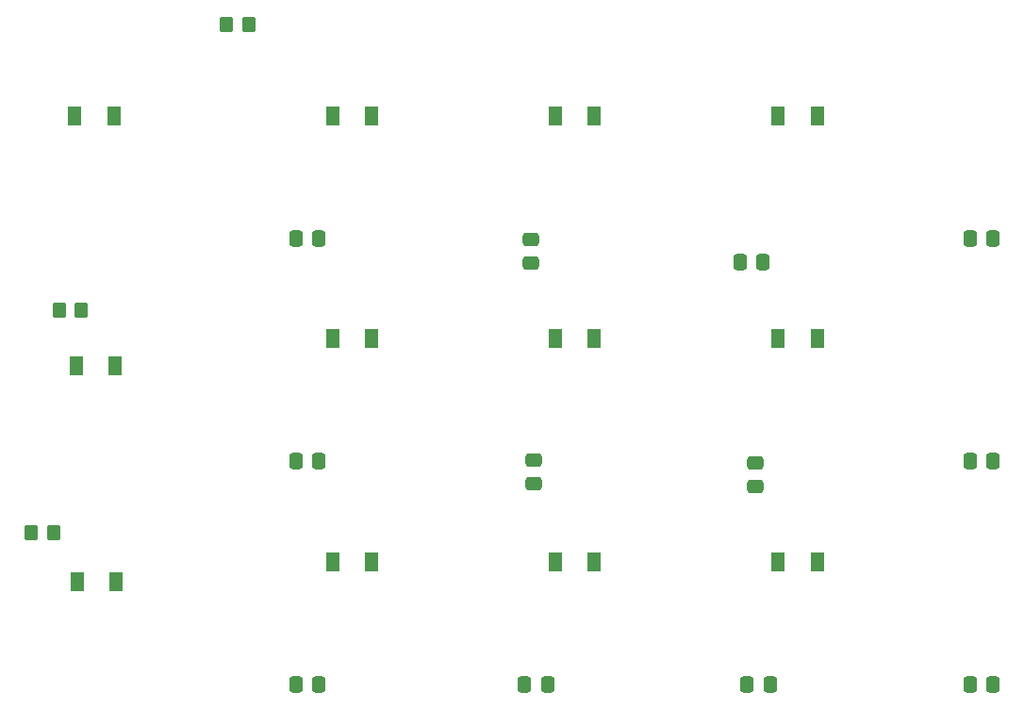
<source format=gbp>
G04 #@! TF.GenerationSoftware,KiCad,Pcbnew,(6.0.0)*
G04 #@! TF.CreationDate,2022-04-22T22:08:31+02:00*
G04 #@! TF.ProjectId,keyboard_v1.0,6b657962-6f61-4726-945f-76312e302e6b,rev?*
G04 #@! TF.SameCoordinates,Original*
G04 #@! TF.FileFunction,Paste,Bot*
G04 #@! TF.FilePolarity,Positive*
%FSLAX46Y46*%
G04 Gerber Fmt 4.6, Leading zero omitted, Abs format (unit mm)*
G04 Created by KiCad (PCBNEW (6.0.0)) date 2022-04-22 22:08:31*
%MOMM*%
%LPD*%
G01*
G04 APERTURE LIST*
G04 Aperture macros list*
%AMRoundRect*
0 Rectangle with rounded corners*
0 $1 Rounding radius*
0 $2 $3 $4 $5 $6 $7 $8 $9 X,Y pos of 4 corners*
0 Add a 4 corners polygon primitive as box body*
4,1,4,$2,$3,$4,$5,$6,$7,$8,$9,$2,$3,0*
0 Add four circle primitives for the rounded corners*
1,1,$1+$1,$2,$3*
1,1,$1+$1,$4,$5*
1,1,$1+$1,$6,$7*
1,1,$1+$1,$8,$9*
0 Add four rect primitives between the rounded corners*
20,1,$1+$1,$2,$3,$4,$5,0*
20,1,$1+$1,$4,$5,$6,$7,0*
20,1,$1+$1,$6,$7,$8,$9,0*
20,1,$1+$1,$8,$9,$2,$3,0*%
G04 Aperture macros list end*
%ADD10RoundRect,0.250000X-0.337500X-0.475000X0.337500X-0.475000X0.337500X0.475000X-0.337500X0.475000X0*%
%ADD11R,1.300000X1.700000*%
%ADD12RoundRect,0.250000X0.337500X0.475000X-0.337500X0.475000X-0.337500X-0.475000X0.337500X-0.475000X0*%
%ADD13RoundRect,0.250000X-0.350000X-0.450000X0.350000X-0.450000X0.350000X0.450000X-0.350000X0.450000X0*%
%ADD14RoundRect,0.250000X0.475000X-0.337500X0.475000X0.337500X-0.475000X0.337500X-0.475000X-0.337500X0*%
%ADD15RoundRect,0.250000X-0.475000X0.337500X-0.475000X-0.337500X0.475000X-0.337500X0.475000X0.337500X0*%
G04 APERTURE END LIST*
D10*
X64962500Y-83500000D03*
X67037500Y-83500000D03*
X125462500Y-83500000D03*
X127537500Y-83500000D03*
D11*
X108250000Y-92500000D03*
X111750000Y-92500000D03*
D10*
X104827500Y-85598000D03*
X106902500Y-85598000D03*
D12*
X67037500Y-103500000D03*
X64962500Y-103500000D03*
D11*
X45239000Y-94886000D03*
X48739000Y-94886000D03*
X88250000Y-92500000D03*
X91750000Y-92500000D03*
X88250000Y-72500000D03*
X91750000Y-72500000D03*
X45108000Y-72454000D03*
X48608000Y-72454000D03*
D13*
X41171000Y-109915000D03*
X43171000Y-109915000D03*
D14*
X106212000Y-105730500D03*
X106212000Y-103655500D03*
D11*
X68250000Y-72500000D03*
X71750000Y-72500000D03*
X68250000Y-92500000D03*
X71750000Y-92500000D03*
X68250000Y-112500000D03*
X71750000Y-112500000D03*
D13*
X58721000Y-64261000D03*
X60721000Y-64261000D03*
D10*
X64962500Y-123500000D03*
X67037500Y-123500000D03*
X85462500Y-123500000D03*
X87537500Y-123500000D03*
D11*
X108250000Y-112500000D03*
X111750000Y-112500000D03*
D12*
X127537500Y-103500000D03*
X125462500Y-103500000D03*
D11*
X88250000Y-112500000D03*
X91750000Y-112500000D03*
D13*
X43680000Y-89920000D03*
X45680000Y-89920000D03*
D10*
X105462500Y-123500000D03*
X107537500Y-123500000D03*
X125462500Y-123500000D03*
X127537500Y-123500000D03*
D11*
X45300000Y-114279000D03*
X48800000Y-114279000D03*
D15*
X86076000Y-83617500D03*
X86076000Y-85692500D03*
D14*
X86282000Y-105489500D03*
X86282000Y-103414500D03*
D11*
X108250000Y-72500000D03*
X111750000Y-72500000D03*
M02*

</source>
